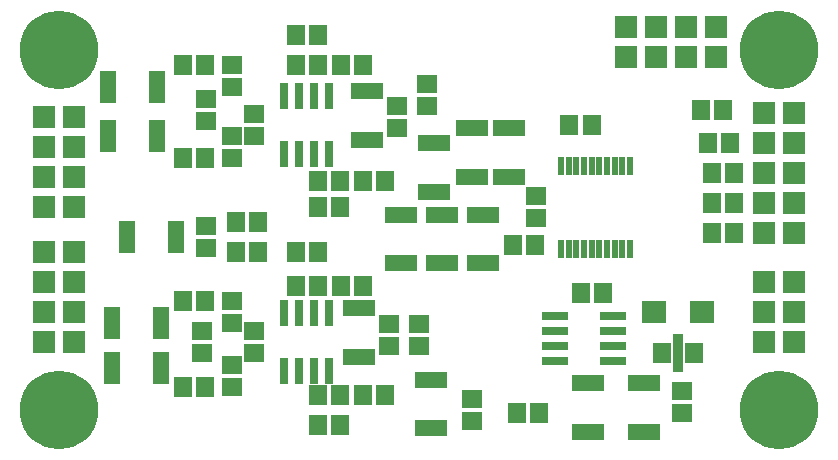
<source format=gbr>
G75*
G70*
%OFA0B0*%
%FSLAX24Y24*%
%IPPOS*%
%LPD*%
%AMOC8*
5,1,8,0,0,1.08239X$1,22.5*
%
%ADD10R,0.0230X0.0631*%
%ADD11R,0.0300X0.0860*%
%ADD12R,0.0580X0.1080*%
%ADD13R,0.0592X0.0671*%
%ADD14R,0.0671X0.0592*%
%ADD15R,0.1080X0.0580*%
%ADD16R,0.0730X0.0730*%
%ADD17R,0.0860X0.0300*%
%ADD18R,0.0789X0.0749*%
%ADD19R,0.0356X0.1261*%
%ADD20C,0.2620*%
D10*
X018943Y010765D03*
X019199Y010765D03*
X019455Y010765D03*
X019711Y010765D03*
X019967Y010765D03*
X020223Y010765D03*
X020479Y010765D03*
X020735Y010765D03*
X020991Y010765D03*
X021247Y010765D03*
X021247Y013521D03*
X020991Y013521D03*
X020735Y013521D03*
X020479Y013521D03*
X020223Y013521D03*
X019967Y013521D03*
X019711Y013521D03*
X019455Y013521D03*
X019199Y013521D03*
X018943Y013521D03*
D11*
X011220Y013923D03*
X010720Y013923D03*
X010220Y013923D03*
X009720Y013923D03*
X009720Y015863D03*
X010220Y015863D03*
X010720Y015863D03*
X011220Y015863D03*
X011220Y008613D03*
X010720Y008613D03*
X010220Y008613D03*
X009720Y008613D03*
X009720Y006673D03*
X010220Y006673D03*
X010720Y006673D03*
X011220Y006673D03*
D12*
X005595Y006768D03*
X003970Y006768D03*
X003970Y008268D03*
X005595Y008268D03*
X006095Y011143D03*
X004470Y011143D03*
X003845Y014518D03*
X005470Y014518D03*
X005470Y016143D03*
X003845Y016143D03*
D13*
X006346Y016893D03*
X007094Y016893D03*
X010096Y016893D03*
X010844Y016893D03*
X011596Y016893D03*
X012344Y016893D03*
X010844Y017893D03*
X010096Y017893D03*
X007094Y013768D03*
X006346Y013768D03*
X008096Y011643D03*
X008844Y011643D03*
X008844Y010643D03*
X008096Y010643D03*
X010096Y010643D03*
X010844Y010643D03*
X010844Y009518D03*
X011596Y009518D03*
X012344Y009518D03*
X010096Y009518D03*
X007094Y009018D03*
X006346Y009018D03*
X006346Y006143D03*
X007094Y006143D03*
X010846Y005893D03*
X011594Y005893D03*
X012346Y005893D03*
X013094Y005893D03*
X011594Y004893D03*
X010846Y004893D03*
X017471Y005268D03*
X018219Y005268D03*
X022314Y007268D03*
X023376Y007268D03*
X020344Y009268D03*
X019596Y009268D03*
X018094Y010893D03*
X017346Y010893D03*
X013094Y013018D03*
X012346Y013018D03*
X011594Y013018D03*
X010846Y013018D03*
X010846Y012143D03*
X011594Y012143D03*
X019221Y014893D03*
X019969Y014893D03*
X023596Y015393D03*
X024344Y015393D03*
X024594Y014268D03*
X023846Y014268D03*
X023971Y013268D03*
X024719Y013268D03*
X024719Y012268D03*
X023971Y012268D03*
X023971Y011268D03*
X024719Y011268D03*
D14*
X018095Y011769D03*
X018095Y012517D03*
X014470Y015519D03*
X014470Y016267D03*
X013470Y015517D03*
X013470Y014769D03*
X008720Y014519D03*
X007970Y014517D03*
X007970Y013769D03*
X007095Y015019D03*
X007095Y015767D03*
X007970Y016144D03*
X007970Y016892D03*
X008720Y015267D03*
X007095Y011517D03*
X007095Y010769D03*
X007970Y009017D03*
X007970Y008269D03*
X008720Y008017D03*
X008720Y007269D03*
X007970Y006892D03*
X006970Y007269D03*
X006970Y008017D03*
X007970Y006144D03*
X013220Y007519D03*
X013220Y008267D03*
X014220Y008267D03*
X014220Y007519D03*
X015970Y005767D03*
X015970Y005019D03*
X022970Y005269D03*
X022970Y006017D03*
D15*
X021720Y006268D03*
X019845Y006268D03*
X019845Y004643D03*
X021720Y004643D03*
X014595Y004768D03*
X014595Y006393D03*
X012220Y007143D03*
X012220Y008768D03*
X013595Y010268D03*
X014970Y010268D03*
X016345Y010268D03*
X016345Y011893D03*
X014970Y011893D03*
X014720Y012643D03*
X015970Y013143D03*
X017220Y013143D03*
X017220Y014768D03*
X015970Y014768D03*
X014720Y014268D03*
X012470Y014393D03*
X012470Y016018D03*
X013595Y011893D03*
D16*
X021095Y017143D03*
X022095Y017143D03*
X023095Y017143D03*
X024095Y017143D03*
X024095Y018143D03*
X023095Y018143D03*
X022095Y018143D03*
X021095Y018143D03*
X025720Y015268D03*
X026720Y015268D03*
X026720Y014268D03*
X025720Y014268D03*
X025720Y013268D03*
X026720Y013268D03*
X026720Y012268D03*
X025720Y012268D03*
X025720Y011268D03*
X026720Y011268D03*
X026720Y009643D03*
X025720Y009643D03*
X025720Y008643D03*
X026720Y008643D03*
X026720Y007643D03*
X025720Y007643D03*
X002720Y007643D03*
X001720Y007643D03*
X001720Y008643D03*
X002720Y008643D03*
X002720Y009643D03*
X001720Y009643D03*
X001720Y010643D03*
X002720Y010643D03*
X002720Y012143D03*
X001720Y012143D03*
X001720Y013143D03*
X002720Y013143D03*
X002720Y014143D03*
X001720Y014143D03*
X001720Y015143D03*
X002720Y015143D03*
D17*
X018750Y008518D03*
X018750Y008018D03*
X018750Y007518D03*
X018750Y007018D03*
X020690Y007018D03*
X020690Y007518D03*
X020690Y008018D03*
X020690Y008518D03*
D18*
X022038Y008643D03*
X023652Y008643D03*
D19*
X022845Y007268D03*
D20*
X002220Y005393D03*
X002220Y017393D03*
X026220Y017393D03*
X026220Y005393D03*
M02*

</source>
